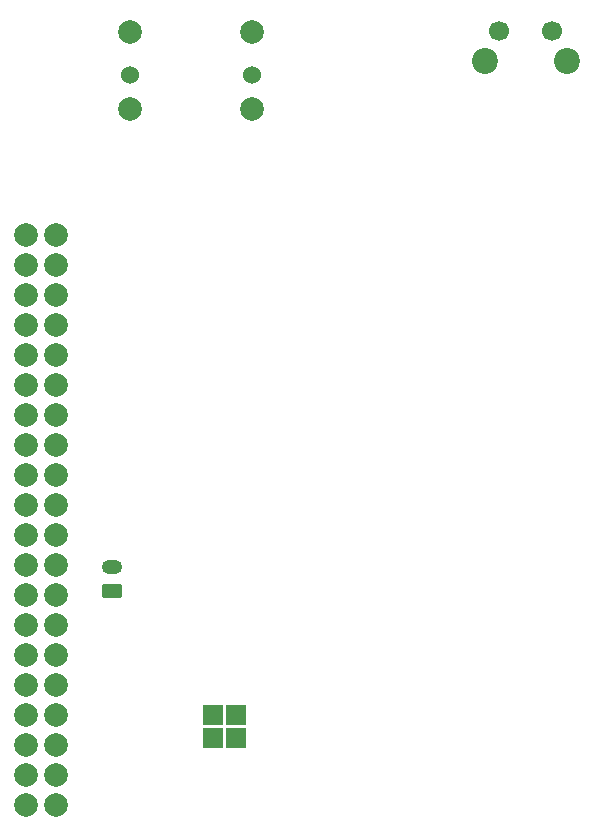
<source format=gbs>
%TF.GenerationSoftware,KiCad,Pcbnew,7.0.2-0*%
%TF.CreationDate,2025-01-26T18:28:18-07:00*%
%TF.ProjectId,RightMB,52696768-744d-4422-9e6b-696361645f70,rev?*%
%TF.SameCoordinates,Original*%
%TF.FileFunction,Soldermask,Bot*%
%TF.FilePolarity,Negative*%
%FSLAX46Y46*%
G04 Gerber Fmt 4.6, Leading zero omitted, Abs format (unit mm)*
G04 Created by KiCad (PCBNEW 7.0.2-0) date 2025-01-26 18:28:18*
%MOMM*%
%LPD*%
G01*
G04 APERTURE LIST*
G04 Aperture macros list*
%AMRoundRect*
0 Rectangle with rounded corners*
0 $1 Rounding radius*
0 $2 $3 $4 $5 $6 $7 $8 $9 X,Y pos of 4 corners*
0 Add a 4 corners polygon primitive as box body*
4,1,4,$2,$3,$4,$5,$6,$7,$8,$9,$2,$3,0*
0 Add four circle primitives for the rounded corners*
1,1,$1+$1,$2,$3*
1,1,$1+$1,$4,$5*
1,1,$1+$1,$6,$7*
1,1,$1+$1,$8,$9*
0 Add four rect primitives between the rounded corners*
20,1,$1+$1,$2,$3,$4,$5,0*
20,1,$1+$1,$4,$5,$6,$7,0*
20,1,$1+$1,$6,$7,$8,$9,0*
20,1,$1+$1,$8,$9,$2,$3,0*%
G04 Aperture macros list end*
%ADD10C,2.200000*%
%ADD11C,1.700000*%
%ADD12R,1.700000X1.700000*%
%ADD13C,2.000000*%
%ADD14C,1.524000*%
%ADD15RoundRect,0.250000X0.625000X-0.350000X0.625000X0.350000X-0.625000X0.350000X-0.625000X-0.350000X0*%
%ADD16O,1.750000X1.200000*%
G04 APERTURE END LIST*
D10*
%TO.C,REF\u002A\u002A*%
X252187000Y-67778000D03*
X259187000Y-67778000D03*
D11*
X253437000Y-65278000D03*
X257937000Y-65278000D03*
%TD*%
D12*
%TO.C,*%
X231140000Y-125095000D03*
%TD*%
D13*
%TO.C,REF\u002A\u002A*%
X232480000Y-65320000D03*
D14*
X232480000Y-69020000D03*
D13*
X222180000Y-65320000D03*
X222180000Y-71820000D03*
X232480000Y-71820000D03*
D14*
X222180000Y-69020000D03*
%TD*%
D12*
%TO.C,*%
X231140000Y-123190000D03*
%TD*%
%TO.C,*%
X229235000Y-123190000D03*
%TD*%
%TO.C,*%
X229235000Y-123190000D03*
%TD*%
D15*
%TO.C,REF\u002A\u002A*%
X220684000Y-112633000D03*
D16*
X220684000Y-110633000D03*
%TD*%
D12*
%TO.C,*%
X229235000Y-125095000D03*
%TD*%
D13*
%TO.C,REF\u002A\u002A*%
X213360000Y-130810000D03*
X215900000Y-130810000D03*
X213360000Y-128270000D03*
X215900000Y-128270000D03*
X213360000Y-125730000D03*
X215900000Y-125730000D03*
X213360000Y-123190000D03*
X215900000Y-123190000D03*
X213360000Y-120650000D03*
X215900000Y-120650000D03*
X213360000Y-118110000D03*
X215900000Y-118110000D03*
X213360000Y-115570000D03*
X215900000Y-115570000D03*
X213360000Y-113030000D03*
X215900000Y-113030000D03*
X213360000Y-110490000D03*
X215900000Y-110490000D03*
X213360000Y-107950000D03*
X215900000Y-107950000D03*
X213360000Y-105410000D03*
X215900000Y-105410000D03*
X213360000Y-102870000D03*
X215900000Y-102870000D03*
X213360000Y-100330000D03*
X215900000Y-100330000D03*
X213360000Y-97790000D03*
X215900000Y-97790000D03*
X213360000Y-95250000D03*
X215900000Y-95250000D03*
X213360000Y-92710000D03*
X215900000Y-92710000D03*
X213360000Y-90170000D03*
X215900000Y-90170000D03*
X213360000Y-87630000D03*
X215900000Y-87630000D03*
X213360000Y-85090000D03*
X215900000Y-85090000D03*
X213360000Y-82550000D03*
X215900000Y-82550000D03*
%TD*%
M02*

</source>
